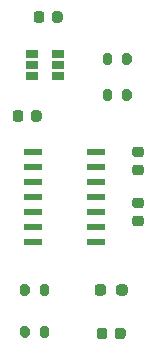
<source format=gbr>
G04 #@! TF.GenerationSoftware,KiCad,Pcbnew,5.1.7-a382d34a8~87~ubuntu18.04.1*
G04 #@! TF.CreationDate,2020-12-12T16:07:48-08:00*
G04 #@! TF.ProjectId,potentiostat_featherwing,706f7465-6e74-4696-9f73-7461745f6665,rev?*
G04 #@! TF.SameCoordinates,Original*
G04 #@! TF.FileFunction,Paste,Top*
G04 #@! TF.FilePolarity,Positive*
%FSLAX46Y46*%
G04 Gerber Fmt 4.6, Leading zero omitted, Abs format (unit mm)*
G04 Created by KiCad (PCBNEW 5.1.7-a382d34a8~87~ubuntu18.04.1) date 2020-12-12 16:07:48*
%MOMM*%
%LPD*%
G01*
G04 APERTURE LIST*
%ADD10R,1.500000X0.600000*%
%ADD11R,1.060000X0.650000*%
G04 APERTURE END LIST*
D10*
X46830000Y-51816000D03*
X46830000Y-50546000D03*
X46830000Y-49276000D03*
X46830000Y-48006000D03*
X46830000Y-46736000D03*
X46830000Y-45466000D03*
X46830000Y-44196000D03*
X52230000Y-44196000D03*
X52230000Y-45466000D03*
X52230000Y-46736000D03*
X52230000Y-48006000D03*
X52230000Y-49276000D03*
X52230000Y-50546000D03*
X52230000Y-51816000D03*
G36*
G01*
X55503000Y-48051000D02*
X56003000Y-48051000D01*
G75*
G02*
X56228000Y-48276000I0J-225000D01*
G01*
X56228000Y-48726000D01*
G75*
G02*
X56003000Y-48951000I-225000J0D01*
G01*
X55503000Y-48951000D01*
G75*
G02*
X55278000Y-48726000I0J225000D01*
G01*
X55278000Y-48276000D01*
G75*
G02*
X55503000Y-48051000I225000J0D01*
G01*
G37*
G36*
G01*
X55503000Y-49601000D02*
X56003000Y-49601000D01*
G75*
G02*
X56228000Y-49826000I0J-225000D01*
G01*
X56228000Y-50276000D01*
G75*
G02*
X56003000Y-50501000I-225000J0D01*
G01*
X55503000Y-50501000D01*
G75*
G02*
X55278000Y-50276000I0J225000D01*
G01*
X55278000Y-49826000D01*
G75*
G02*
X55503000Y-49601000I225000J0D01*
G01*
G37*
G36*
G01*
X56003000Y-44633000D02*
X55503000Y-44633000D01*
G75*
G02*
X55278000Y-44408000I0J225000D01*
G01*
X55278000Y-43958000D01*
G75*
G02*
X55503000Y-43733000I225000J0D01*
G01*
X56003000Y-43733000D01*
G75*
G02*
X56228000Y-43958000I0J-225000D01*
G01*
X56228000Y-44408000D01*
G75*
G02*
X56003000Y-44633000I-225000J0D01*
G01*
G37*
G36*
G01*
X56003000Y-46183000D02*
X55503000Y-46183000D01*
G75*
G02*
X55278000Y-45958000I0J225000D01*
G01*
X55278000Y-45508000D01*
G75*
G02*
X55503000Y-45283000I225000J0D01*
G01*
X56003000Y-45283000D01*
G75*
G02*
X56228000Y-45508000I0J-225000D01*
G01*
X56228000Y-45958000D01*
G75*
G02*
X56003000Y-46183000I-225000J0D01*
G01*
G37*
G36*
G01*
X53142000Y-59313000D02*
X53142000Y-59813000D01*
G75*
G02*
X52917000Y-60038000I-225000J0D01*
G01*
X52467000Y-60038000D01*
G75*
G02*
X52242000Y-59813000I0J225000D01*
G01*
X52242000Y-59313000D01*
G75*
G02*
X52467000Y-59088000I225000J0D01*
G01*
X52917000Y-59088000D01*
G75*
G02*
X53142000Y-59313000I0J-225000D01*
G01*
G37*
G36*
G01*
X54692000Y-59313000D02*
X54692000Y-59813000D01*
G75*
G02*
X54467000Y-60038000I-225000J0D01*
G01*
X54017000Y-60038000D01*
G75*
G02*
X53792000Y-59813000I0J225000D01*
G01*
X53792000Y-59313000D01*
G75*
G02*
X54017000Y-59088000I225000J0D01*
G01*
X54467000Y-59088000D01*
G75*
G02*
X54692000Y-59313000I0J-225000D01*
G01*
G37*
G36*
G01*
X49358000Y-32516000D02*
X49358000Y-33016000D01*
G75*
G02*
X49133000Y-33241000I-225000J0D01*
G01*
X48683000Y-33241000D01*
G75*
G02*
X48458000Y-33016000I0J225000D01*
G01*
X48458000Y-32516000D01*
G75*
G02*
X48683000Y-32291000I225000J0D01*
G01*
X49133000Y-32291000D01*
G75*
G02*
X49358000Y-32516000I0J-225000D01*
G01*
G37*
G36*
G01*
X47808000Y-32516000D02*
X47808000Y-33016000D01*
G75*
G02*
X47583000Y-33241000I-225000J0D01*
G01*
X47133000Y-33241000D01*
G75*
G02*
X46908000Y-33016000I0J225000D01*
G01*
X46908000Y-32516000D01*
G75*
G02*
X47133000Y-32291000I225000J0D01*
G01*
X47583000Y-32291000D01*
G75*
G02*
X47808000Y-32516000I0J-225000D01*
G01*
G37*
G36*
G01*
X47580000Y-40898000D02*
X47580000Y-41398000D01*
G75*
G02*
X47355000Y-41623000I-225000J0D01*
G01*
X46905000Y-41623000D01*
G75*
G02*
X46680000Y-41398000I0J225000D01*
G01*
X46680000Y-40898000D01*
G75*
G02*
X46905000Y-40673000I225000J0D01*
G01*
X47355000Y-40673000D01*
G75*
G02*
X47580000Y-40898000I0J-225000D01*
G01*
G37*
G36*
G01*
X46030000Y-40898000D02*
X46030000Y-41398000D01*
G75*
G02*
X45805000Y-41623000I-225000J0D01*
G01*
X45355000Y-41623000D01*
G75*
G02*
X45130000Y-41398000I0J225000D01*
G01*
X45130000Y-40898000D01*
G75*
G02*
X45355000Y-40673000I225000J0D01*
G01*
X45805000Y-40673000D01*
G75*
G02*
X46030000Y-40898000I0J-225000D01*
G01*
G37*
G36*
G01*
X45765000Y-56155000D02*
X45765000Y-55605000D01*
G75*
G02*
X45965000Y-55405000I200000J0D01*
G01*
X46365000Y-55405000D01*
G75*
G02*
X46565000Y-55605000I0J-200000D01*
G01*
X46565000Y-56155000D01*
G75*
G02*
X46365000Y-56355000I-200000J0D01*
G01*
X45965000Y-56355000D01*
G75*
G02*
X45765000Y-56155000I0J200000D01*
G01*
G37*
G36*
G01*
X47415000Y-56155000D02*
X47415000Y-55605000D01*
G75*
G02*
X47615000Y-55405000I200000J0D01*
G01*
X48015000Y-55405000D01*
G75*
G02*
X48215000Y-55605000I0J-200000D01*
G01*
X48215000Y-56155000D01*
G75*
G02*
X48015000Y-56355000I-200000J0D01*
G01*
X47615000Y-56355000D01*
G75*
G02*
X47415000Y-56155000I0J200000D01*
G01*
G37*
G36*
G01*
X46579000Y-59161000D02*
X46579000Y-59711000D01*
G75*
G02*
X46379000Y-59911000I-200000J0D01*
G01*
X45979000Y-59911000D01*
G75*
G02*
X45779000Y-59711000I0J200000D01*
G01*
X45779000Y-59161000D01*
G75*
G02*
X45979000Y-58961000I200000J0D01*
G01*
X46379000Y-58961000D01*
G75*
G02*
X46579000Y-59161000I0J-200000D01*
G01*
G37*
G36*
G01*
X48229000Y-59161000D02*
X48229000Y-59711000D01*
G75*
G02*
X48029000Y-59911000I-200000J0D01*
G01*
X47629000Y-59911000D01*
G75*
G02*
X47429000Y-59711000I0J200000D01*
G01*
X47429000Y-59161000D01*
G75*
G02*
X47629000Y-58961000I200000J0D01*
G01*
X48029000Y-58961000D01*
G75*
G02*
X48229000Y-59161000I0J-200000D01*
G01*
G37*
G36*
G01*
X54867000Y-55642500D02*
X54867000Y-56117500D01*
G75*
G02*
X54629500Y-56355000I-237500J0D01*
G01*
X54129500Y-56355000D01*
G75*
G02*
X53892000Y-56117500I0J237500D01*
G01*
X53892000Y-55642500D01*
G75*
G02*
X54129500Y-55405000I237500J0D01*
G01*
X54629500Y-55405000D01*
G75*
G02*
X54867000Y-55642500I0J-237500D01*
G01*
G37*
G36*
G01*
X53042000Y-55642500D02*
X53042000Y-56117500D01*
G75*
G02*
X52804500Y-56355000I-237500J0D01*
G01*
X52304500Y-56355000D01*
G75*
G02*
X52067000Y-56117500I0J237500D01*
G01*
X52067000Y-55642500D01*
G75*
G02*
X52304500Y-55405000I237500J0D01*
G01*
X52804500Y-55405000D01*
G75*
G02*
X53042000Y-55642500I0J-237500D01*
G01*
G37*
G36*
G01*
X54400000Y-36597000D02*
X54400000Y-36047000D01*
G75*
G02*
X54600000Y-35847000I200000J0D01*
G01*
X55000000Y-35847000D01*
G75*
G02*
X55200000Y-36047000I0J-200000D01*
G01*
X55200000Y-36597000D01*
G75*
G02*
X55000000Y-36797000I-200000J0D01*
G01*
X54600000Y-36797000D01*
G75*
G02*
X54400000Y-36597000I0J200000D01*
G01*
G37*
G36*
G01*
X52750000Y-36597000D02*
X52750000Y-36047000D01*
G75*
G02*
X52950000Y-35847000I200000J0D01*
G01*
X53350000Y-35847000D01*
G75*
G02*
X53550000Y-36047000I0J-200000D01*
G01*
X53550000Y-36597000D01*
G75*
G02*
X53350000Y-36797000I-200000J0D01*
G01*
X52950000Y-36797000D01*
G75*
G02*
X52750000Y-36597000I0J200000D01*
G01*
G37*
G36*
G01*
X52750000Y-39645000D02*
X52750000Y-39095000D01*
G75*
G02*
X52950000Y-38895000I200000J0D01*
G01*
X53350000Y-38895000D01*
G75*
G02*
X53550000Y-39095000I0J-200000D01*
G01*
X53550000Y-39645000D01*
G75*
G02*
X53350000Y-39845000I-200000J0D01*
G01*
X52950000Y-39845000D01*
G75*
G02*
X52750000Y-39645000I0J200000D01*
G01*
G37*
G36*
G01*
X54400000Y-39645000D02*
X54400000Y-39095000D01*
G75*
G02*
X54600000Y-38895000I200000J0D01*
G01*
X55000000Y-38895000D01*
G75*
G02*
X55200000Y-39095000I0J-200000D01*
G01*
X55200000Y-39645000D01*
G75*
G02*
X55000000Y-39845000I-200000J0D01*
G01*
X54600000Y-39845000D01*
G75*
G02*
X54400000Y-39645000I0J200000D01*
G01*
G37*
D11*
X46779000Y-35880000D03*
X46779000Y-36830000D03*
X46779000Y-37780000D03*
X48979000Y-37780000D03*
X48979000Y-35880000D03*
X48979000Y-36830000D03*
M02*

</source>
